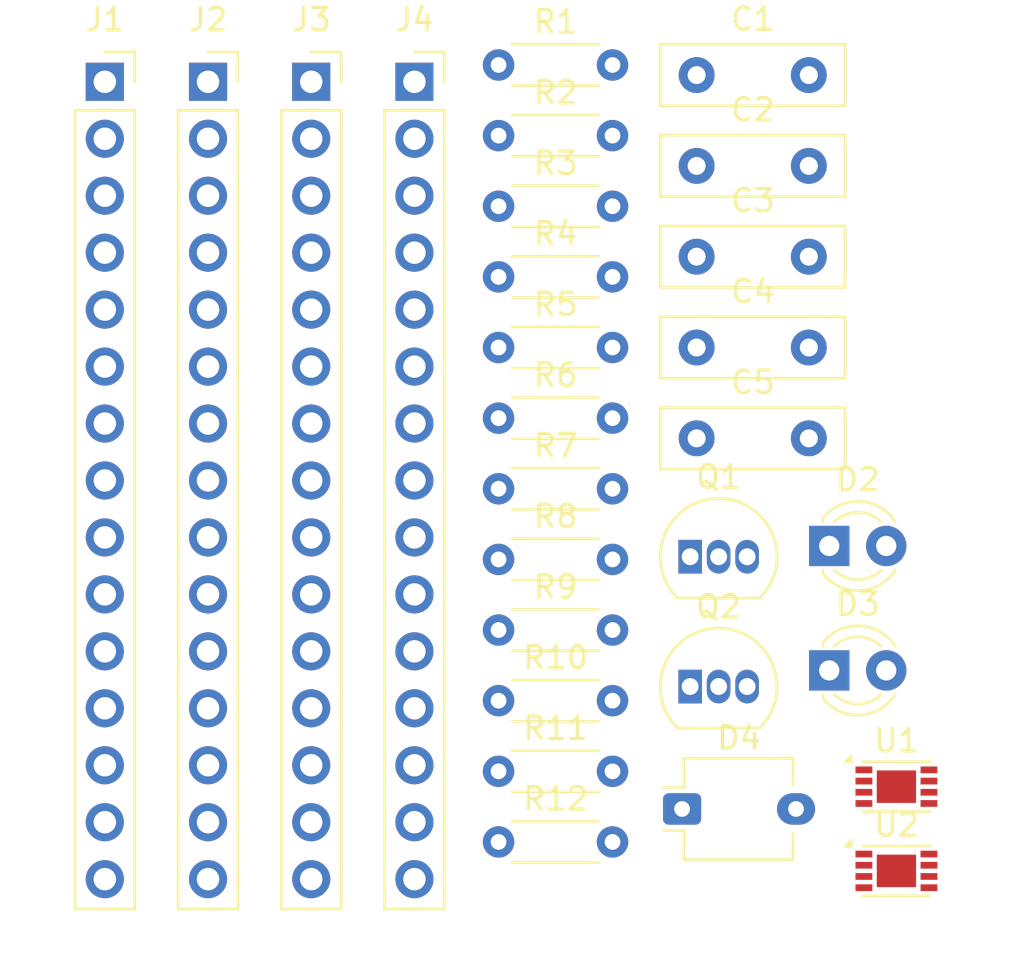
<source format=kicad_pcb>
(kicad_pcb (version 20240108) (generator "pcbnew") (generator_version "8.0")
  (layers (0 "F.Cu" signal) (31 "B.Cu" signal) (34 "B.Paste" user) (35 "F.Paste" user) (36 "B.SilkS" user "B.Silkscreen") (37 "F.SilkS" user "F.Silkscreen") (38 "B.Mask" user) (39 "F.Mask" user) (44 "Edge.Cuts" user))
  (net 0 "")
  (net 1 "Net-(C1-Pad2)")
  (net 2 "Estágio 2 Filtro")
  (net 3 "Net-(U1B--)")
  (net 4 "Vref")
  (net 5 "Net-(C3-Pad1)")
  (net 6 "PB - entrada AD")
  (net 7 "Net-(U1A--)")
  (net 8 "Net-(D4-K)")
  (net 9 "Net-(D2-K)")
  (net 10 "3v3")
  (net 11 "Net-(D3-K)")
  (net 12 "ESP 2: 26")
  (net 13 "ESP 2: 25")
  (net 14 "ESP 2: 27")
  (net 15 "ESP 2: 35")
  (net 16 "LED1")
  (net 17 "ESP 2: 34")
  (net 18 "ESP 2: 36")
  (net 19 "LED2")
  (net 20 "ESP 2: 13")
  (net 21 "ESP 2: 33")
  (net 22 "GND")
  (net 24 "ESP 2: 32")
  (net 25 "ESP 2: 39")
  (net 27 "ESP 2: 01")
  (net 28 "ESP 2: 16")
  (net 29 "ESP 2: 21")
  (net 30 "ESP 2: 03")
  (net 31 "ESP 2: 17")
  (net 32 "ESP 2: 18")
  (net 33 "ESP 2: 22")
  (net 34 "ESP 2: 3.3V")
  (net 35 "ESP 2: 05")
  (net 36 "ESP 2: 02")
  (net 37 "ESP 2: 19")
  (net 38 "ESP 2: 04")
  (net 40 "ESP 2: 23")
  (net 42 "ESP 2: 12")
  (net 44 "ESP 2: 14")
  (net 46 "Net-(Q1-C)")
  (net 47 "Net-(Q1-B)")
  (net 48 "Net-(Q2-B)")
  (net 49 "Net-(Q2-C)")
  (net 50 "Passa baixo e ganho")
  (net 51 "Net-(U2B-+)")
  (footprint "Capacitor_THT:C_Disc_D8.0mm_W2.5mm_P5.00mm" (layer "F.Cu") (at 141.145 81.41)
    (property "Reference" "C4" (at 2.5 -2.5 0) (layer "F.SilkS"))
    (property "Value" "1uF")
    (fp_line (start -1.62 -1.37) (end -1.62 1.37) (stroke (width 0.12)) (layer "F.SilkS"))
    (fp_line (start -1.62 -1.37) (end 6.62 -1.37) (stroke (width 0.12)) (layer "F.SilkS"))
    (fp_line (start -1.62 1.37) (end 6.62 1.37) (stroke (width 0.12)) (layer "F.SilkS"))
    (fp_line (start 6.62 -1.37) (end 6.62 1.37) (stroke (width 0.12)) (layer "F.SilkS"))
    (pad "1" thru_hole circle (at 0 0) (size 1.6 1.6) (drill 0.8) (layers "*.Cu" "*.Mask") (net 7 "Net-(U1A--)"))
    (pad "2" thru_hole circle (at 5 0) (size 1.6 1.6) (drill 0.8) (layers "*.Cu" "*.Mask") (net 6 "PB - entrada AD"))
  )
  (footprint "Capacitor_THT:C_Disc_D8.0mm_W2.5mm_P5.00mm" (layer "F.Cu") (at 141.145 69.26)
    (property "Reference" "C1" (at 2.5 -2.5 0) (layer "F.SilkS"))
    (property "Value" "10uF")
    (fp_line (start -1.62 -1.37) (end -1.62 1.37) (stroke (width 0.12)) (layer "F.SilkS"))
    (fp_line (start -1.62 -1.37) (end 6.62 -1.37) (stroke (width 0.12)) (layer "F.SilkS"))
    (fp_line (start -1.62 1.37) (end 6.62 1.37) (stroke (width 0.12)) (layer "F.SilkS"))
    (fp_line (start 6.62 -1.37) (end 6.62 1.37) (stroke (width 0.12)) (layer "F.SilkS"))
    (pad "1" thru_hole circle (at 0 0) (size 1.6 1.6) (drill 0.8) (layers "*.Cu" "*.Mask") (net 2 "Estágio 2 Filtro"))
    (pad "2" thru_hole circle (at 5 0) (size 1.6 1.6) (drill 0.8) (layers "*.Cu" "*.Mask") (net 1 "Net-(C1-Pad2)"))
  )
  (footprint "Resistor_THT:R_Axial_DIN0204_L3.6mm_D1.6mm_P5.08mm_Horizontal" (layer "F.Cu") (at 132.315 78.26)
    (property "Reference" "R4" (at 2.54 -1.92 0) (layer "F.SilkS"))
    (property "Value" "10KR")
    (fp_line (start 0.62 -0.92) (end 4.46 -0.92) (stroke (width 0.12)) (layer "F.SilkS"))
    (fp_line (start 0.62 0.92) (end 4.46 0.92) (stroke (width 0.12)) (layer "F.SilkS"))
    (pad "1" thru_hole circle (at 0 0) (size 1.4 1.4) (drill 0.7) (layers "*.Cu" "*.Mask") (net 1 "Net-(C1-Pad2)"))
    (pad "2" thru_hole oval (at 5.08 0) (size 1.4 1.4) (drill 0.7) (layers "*.Cu" "*.Mask") (net 50 "Passa baixo e ganho"))
  )
  (footprint "Connector_PinSocket_2.54mm:PinSocket_1x15_P2.54mm_Vertical" (layer "F.Cu") (at 119.365 69.56)
    (property "Reference" "J2" (at 0 -2.77 0) (layer "F.SilkS"))
    (property "Value" "Conn_01x15")
    (fp_line (start -1.33 1.27) (end -1.33 36.89) (stroke (width 0.12)) (layer "F.SilkS"))
    (fp_line (start -1.33 1.27) (end 1.33 1.27) (stroke (width 0.12)) (layer "F.SilkS"))
    (fp_line (start -1.33 36.89) (end 1.33 36.89) (stroke (width 0.12)) (layer "F.SilkS"))
    (fp_line (start 0 -1.33) (end 1.33 -1.33) (stroke (width 0.12)) (layer "F.SilkS"))
    (fp_line (start 1.33 -1.33) (end 1.33 0) (stroke (width 0.12)) (layer "F.SilkS"))
    (fp_line (start 1.33 1.27) (end 1.33 36.89) (stroke (width 0.12)) (layer "F.SilkS"))
    (pad "1" thru_hole rect (at 0 0) (size 1.7 1.7) (drill 1) (layers "*.Cu" "*.Mask") (net 34 "ESP 2: 3.3V"))
    (pad "2" thru_hole oval (at 0 2.54) (size 1.7 1.7) (drill 1) (layers "*.Cu" "*.Mask") (net 22 "GND"))
    (pad "3" thru_hole oval (at 0 5.08) (size 1.7 1.7) (drill 1) (layers "*.Cu" "*.Mask"))
    (pad "4" thru_hole oval (at 0 7.62) (size 1.7 1.7) (drill 1) (layers "*.Cu" "*.Mask") (net 36 "ESP 2: 02"))
    (pad "5" thru_hole oval (at 0 10.16) (size 1.7 1.7) (drill 1) (layers "*.Cu" "*.Mask") (net 38 "ESP 2: 04"))
    (pad "6" thru_hole oval (at 0 12.7) (size 1.7 1.7) (drill 1) (layers "*.Cu" "*.Mask") (net 28 "ESP 2: 16"))
    (pad "7" thru_hole oval (at 0 15.24) (size 1.7 1.7) (drill 1) (layers "*.Cu" "*.Mask") (net 31 "ESP 2: 17"))
    (pad "8" thru_hole oval (at 0 17.78) (size 1.7 1.7) (drill 1) (layers "*.Cu" "*.Mask") (net 35 "ESP 2: 05"))
    (pad "9" thru_hole oval (at 0 20.32) (size 1.7 1.7) (drill 1) (layers "*.Cu" "*.Mask") (net 32 "ESP 2: 18"))
    (pad "10" thru_hole oval (at 0 22.86) (size 1.7 1.7) (drill 1) (layers "*.Cu" "*.Mask") (net 37 "ESP 2: 19"))
    (pad "11" thru_hole oval (at 0 25.4) (size 1.7 1.7) (drill 1) (layers "*.Cu" "*.Mask") (net 29 "ESP 2: 21"))
    (pad "12" thru_hole oval (at 0 27.94) (size 1.7 1.7) (drill 1) (layers "*.Cu" "*.Mask") (net 30 "ESP 2: 03"))
    (pad "13" thru_hole oval (at 0 30.48) (size 1.7 1.7) (drill 1) (layers "*.Cu" "*.Mask") (net 27 "ESP 2: 01"))
    (pad "14" thru_hole oval (at 0 33.02) (size 1.7 1.7) (drill 1) (layers "*.Cu" "*.Mask") (net 33 "ESP 2: 22"))
    (pad "15" thru_hole oval (at 0 35.56) (size 1.7 1.7) (drill 1) (layers "*.Cu" "*.Mask") (net 40 "ESP 2: 23"))
  )
  (footprint "Package_TO_SOT_THT:TO-92_Inline" (layer "F.Cu") (at 140.855 90.74)
    (property "Reference" "Q1" (at 1.27 -3.56 0) (layer "F.SilkS"))
    (property "Value" "BC337")
    (fp_line (start -0.53 1.85) (end 3.07 1.85) (stroke (width 0.12)) (layer "F.SilkS"))
    (fp_arc (start -0.568478 1.838478) (mid -1.132087 -0.994977) (end 1.27 -2.6) (stroke (width 0.12)) (layer "F.SilkS"))
    (fp_arc (start 1.27 -2.6) (mid 3.672087 -0.994977) (end 3.108478 1.838478) (stroke (width 0.12)) (layer "F.SilkS"))
    (pad "1" thru_hole rect (at 0 0) (size 1.05 1.5) (drill 0.75) (layers "*.Cu" "*.Mask") (net 46 "Net-(Q1-C)"))
    (pad "2" thru_hole oval (at 1.27 0) (size 1.05 1.5) (drill 0.75) (layers "*.Cu" "*.Mask") (net 47 "Net-(Q1-B)"))
    (pad "3" thru_hole oval (at 2.54 0) (size 1.05 1.5) (drill 0.75) (layers "*.Cu" "*.Mask") (net 22 "GND"))
  )
  (footprint "LED_THT:LED_D3.0mm_Clear" (layer "F.Cu") (at 147.055 95.81)
    (property "Reference" "D3" (at 1.27 -2.96 0) (layer "F.SilkS"))
    (property "Value" "MTE8120CP 805nm")
    (fp_line (start -0.29 -1.236) (end -0.29 -1.08) (stroke (width 0.12)) (layer "F.SilkS"))
    (fp_line (start -0.29 1.08) (end -0.29 1.236) (stroke (width 0.12)) (layer "F.SilkS"))
    (fp_arc (start -0.29 -1.235516) (mid 1.366487 -1.987659) (end 2.942335 -1.078608) (stroke (width 0.12)) (layer "F.SilkS"))
    (fp_arc (start 0.229039 -1.08) (mid 1.270117 -1.5) (end 2.31113 -1.079837) (stroke (width 0.12)) (layer "F.SilkS"))
    (fp_arc (start 2.31113 1.079837) (mid 1.270117 1.5) (end 0.229039 1.08) (stroke (width 0.12)) (layer "F.SilkS"))
    (fp_arc (start 2.942335 1.078608) (mid 1.366487 1.987659) (end -0.29 1.235516) (stroke (width 0.12)) (layer "F.SilkS"))
    (pad "1" thru_hole rect (at 0 0) (size 1.8 1.8) (drill 0.9) (layers "*.Cu" "*.Mask") (net 11 "Net-(D3-K)"))
    (pad "2" thru_hole circle (at 2.54 0) (size 1.8 1.8) (drill 0.9) (layers "*.Cu" "*.Mask") (net 10 "3v3"))
  )
  (footprint "Resistor_THT:R_Axial_DIN0204_L3.6mm_D1.6mm_P5.08mm_Horizontal" (layer "F.Cu") (at 132.315 103.46)
    (property "Reference" "R12" (at 2.54 -1.92 0) (layer "F.SilkS"))
    (property "Value" "1.5KR")
    (fp_line (start 0.62 -0.92) (end 4.46 -0.92) (stroke (width 0.12)) (layer "F.SilkS"))
    (fp_line (start 0.62 0.92) (end 4.46 0.92) (stroke (width 0.12)) (layer "F.SilkS"))
    (pad "1" thru_hole circle (at 0 0) (size 1.4 1.4) (drill 0.7) (layers "*.Cu" "*.Mask") (net 5 "Net-(C3-Pad1)"))
    (pad "2" thru_hole oval (at 5.08 0) (size 1.4 1.4) (drill 0.7) (layers "*.Cu" "*.Mask") (net 6 "PB - entrada AD"))
  )
  (footprint "Connector_PinSocket_2.54mm:PinSocket_1x15_P2.54mm_Vertical" (layer "F.Cu") (at 114.765 69.56)
    (property "Reference" "J1" (at 0 -2.77 0) (layer "F.SilkS"))
    (property "Value" "Conn_01x15")
    (fp_line (start -1.33 1.27) (end -1.33 36.89) (stroke (width 0.12)) (layer "F.SilkS"))
    (fp_line (start -1.33 1.27) (end 1.33 1.27) (stroke (width 0.12)) (layer "F.SilkS"))
    (fp_line (start -1.33 36.89) (end 1.33 36.89) (stroke (width 0.12)) (layer "F.SilkS"))
    (fp_line (start 0 -1.33) (end 1.33 -1.33) (stroke (width 0.12)) (layer "F.SilkS"))
    (fp_line (start 1.33 -1.33) (end 1.33 0) (stroke (width 0.12)) (layer "F.SilkS"))
    (fp_line (start 1.33 1.27) (end 1.33 36.89) (stroke (width 0.12)) (layer "F.SilkS"))
    (pad "1" thru_hole rect (at 0 0) (size 1.7 1.7) (drill 1) (layers "*.Cu" "*.Mask"))
    (pad "2" thru_hole oval (at 0 2.54) (size 1.7 1.7) (drill 1) (layers "*.Cu" "*.Mask") (net 18 "ESP 2: 36"))
    (pad "3" thru_hole oval (at 0 5.08) (size 1.7 1.7) (drill 1) (layers "*.Cu" "*.Mask") (net 25 "ESP 2: 39"))
    (pad "4" thru_hole oval (at 0 7.62) (size 1.7 1.7) (drill 1) (layers "*.Cu" "*.Mask") (net 17 "ESP 2: 34"))
    (pad "5" thru_hole oval (at 0 10.16) (size 1.7 1.7) (drill 1) (layers "*.Cu" "*.Mask") (net 15 "ESP 2: 35"))
    (pad "6" thru_hole oval (at 0 12.7) (size 1.7 1.7) (drill 1) (layers "*.Cu" "*.Mask") (net 24 "ESP 2: 32"))
    (pad "7" thru_hole oval (at 0 15.24) (size 1.7 1.7) (drill 1) (layers "*.Cu" "*.Mask") (net 21 "ESP 2: 33"))
    (pad "8" thru_hole oval (at 0 17.78) (size 1.7 1.7) (drill 1) (layers "*.Cu" "*.Mask") (net 13 "ESP 2: 25"))
    (pad "9" thru_hole oval (at 0 20.32) (size 1.7 1.7) (drill 1) (layers "*.Cu" "*.Mask") (net 12 "ESP 2: 26"))
    (pad "10" thru_hole oval (at 0 22.86) (size 1.7 1.7) (drill 1) (layers "*.Cu" "*.Mask") (net 14 "ESP 2: 27"))
    (pad "11" thru_hole oval (at 0 25.4) (size 1.7 1.7) (drill 1) (layers "*.Cu" "*.Mask") (net 16 "LED1"))
    (pad "12" thru_hole oval (at 0 27.94) (size 1.7 1.7) (drill 1) (layers "*.Cu" "*.Mask") (net 19 "LED2"))
    (pad "13" thru_hole oval (at 0 30.48) (size 1.7 1.7) (drill 1) (layers "*.Cu" "*.Mask") (net 20 "ESP 2: 13"))
    (pad "14" thru_hole oval (at 0 33.02) (size 1.7 1.7) (drill 1) (layers "*.Cu" "*.Mask") (net 22 "GND"))
    (pad "15" thru_hole oval (at 0 35.56) (size 1.7 1.7) (drill 1) (layers "*.Cu" "*.Mask"))
  )
  (footprint "Resistor_THT:R_Axial_DIN0204_L3.6mm_D1.6mm_P5.08mm_Horizontal" (layer "F.Cu") (at 132.315 100.31)
    (property "Reference" "R11" (at 2.54 -1.92 0) (layer "F.SilkS"))
    (property "Value" "10KR")
    (fp_line (start 0.62 -0.92) (end 4.46 -0.92) (stroke (width 0.12)) (layer "F.SilkS"))
    (fp_line (start 0.62 0.92) (end 4.46 0.92) (stroke (width 0.12)) (layer "F.SilkS"))
    (pad "1" thru_hole circle (at 0 0) (size 1.4 1.4) (drill 0.7) (layers "*.Cu" "*.Mask") (net 51 "Net-(U2B-+)"))
    (pad "2" thru_hole oval (at 5.08 0) (size 1.4 1.4) (drill 0.7) (layers "*.Cu" "*.Mask") (net 22 "GND"))
  )
  (footprint "Resistor_THT:R_Axial_DIN0204_L3.6mm_D1.6mm_P5.08mm_Horizontal" (layer "F.Cu") (at 132.315 97.16)
    (property "Reference" "R10" (at 2.54 -1.92 0) (layer "F.SilkS"))
    (property "Value" "10kR")
    (fp_line (start 0.62 -0.92) (end 4.46 -0.92) (stroke (width 0.12)) (layer "F.SilkS"))
    (fp_line (start 0.62 0.92) (end 4.46 0.92) (stroke (width 0.12)) (layer "F.SilkS"))
    (pad "1" thru_hole circle (at 0 0) (size 1.4 1.4) (drill 0.7) (layers "*.Cu" "*.Mask") (net 10 "3v3"))
    (pad "2" thru_hole oval (at 5.08 0) (size 1.4 1.4) (drill 0.7) (layers "*.Cu" "*.Mask") (net 51 "Net-(U2B-+)"))
  )
  (footprint "Capacitor_THT:C_Disc_D8.0mm_W2.5mm_P5.00mm" (layer "F.Cu") (at 141.145 85.46)
    (property "Reference" "C5" (at 2.5 -2.5 0) (layer "F.SilkS"))
    (property "Value" "1uF")
    (fp_line (start -1.62 -1.37) (end -1.62 1.37) (stroke (width 0.12)) (layer "F.SilkS"))
    (fp_line (start -1.62 -1.37) (end 6.62 -1.37) (stroke (width 0.12)) (layer "F.SilkS"))
    (fp_line (start -1.62 1.37) (end 6.62 1.37) (stroke (width 0.12)) (layer "F.SilkS"))
    (fp_line (start 6.62 -1.37) (end 6.62 1.37) (stroke (width 0.12)) (layer "F.SilkS"))
    (pad "1" thru_hole circle (at 0 0) (size 1.6 1.6) (drill 0.8) (layers "*.Cu" "*.Mask") (net 8 "Net-(D4-K)"))
    (pad "2" thru_hole circle (at 5 0) (size 1.6 1.6) (drill 0.8) (layers "*.Cu" "*.Mask") (net 4 "Vref"))
  )
  (footprint "Capacitor_THT:C_Disc_D8.0mm_W2.5mm_P5.00mm" (layer "F.Cu") (at 141.145 73.31)
    (property "Reference" "C2" (at 2.5 -2.5 0) (layer "F.SilkS"))
    (property "Value" "10uF")
    (fp_line (start -1.62 -1.37) (end -1.62 1.37) (stroke (width 0.12)) (layer "F.SilkS"))
    (fp_line (start -1.62 -1.37) (end 6.62 -1.37) (stroke (width 0.12)) (layer "F.SilkS"))
    (fp_line (start -1.62 1.37) (end 6.62 1.37) (stroke (width 0.12)) (layer "F.SilkS"))
    (fp_line (start 6.62 -1.37) (end 6.62 1.37) (stroke (width 0.12)) (layer "F.SilkS"))
    (pad "1" thru_hole circle (at 0 0) (size 1.6 1.6) (drill 0.8) (layers "*.Cu" "*.Mask") (net 1 "Net-(C1-Pad2)"))
    (pad "2" thru_hole circle (at 5 0) (size 1.6 1.6) (drill 0.8) (layers "*.Cu" "*.Mask") (net 3 "Net-(U1B--)"))
  )
  (footprint "Resistor_THT:R_Axial_DIN0204_L3.6mm_D1.6mm_P5.08mm_Horizontal" (layer "F.Cu") (at 132.315 84.56)
    (property "Reference" "R6" (at 2.54 -1.92 0) (layer "F.SilkS"))
    (property "Value" "1.8KR")
    (fp_line (start 0.62 -0.92) (end 4.46 -0.92) (stroke (width 0.12)) (layer "F.SilkS"))
    (fp_line (start 0.62 0.92) (end 4.46 0.92) (stroke (width 0.12)) (layer "F.SilkS"))
    (pad "1" thru_hole circle (at 0 0) (size 1.4 1.4) (drill 0.7) (layers "*.Cu" "*.Mask") (net 16 "LED1"))
    (pad "2" thru_hole oval (at 5.08 0) (size 1.4 1.4) (drill 0.7) (layers "*.Cu" "*.Mask") (net 47 "Net-(Q1-B)"))
  )
  (footprint "LED_THT:LED_D3.0mm_IRGrey" (layer "F.Cu") (at 147.055 90.26)
    (property "Reference" "D2" (at 1.27 -2.96 0) (layer "F.SilkS"))
    (property "Value" "MTE8120CP 805nm")
    (fp_line (start -0.29 -1.236) (end -0.29 -1.08) (stroke (width 0.12)) (layer "F.SilkS"))
    (fp_line (start -0.29 1.08) (end -0.29 1.236) (stroke (width 0.12)) (layer "F.SilkS"))
    (fp_arc (start -0.29 -1.235516) (mid 1.366487 -1.987659) (end 2.942335 -1.078608) (stroke (width 0.12)) (layer "F.SilkS"))
    (fp_arc (start 0.229039 -1.08) (mid 1.270117 -1.5) (end 2.31113 -1.079837) (stroke (width 0.12)) (layer "F.SilkS"))
    (fp_arc (start 2.31113 1.079837) (mid 1.270117 1.5) (end 0.229039 1.08) (stroke (width 0.12)) (layer "F.SilkS"))
    (fp_arc (start 2.942335 1.078608) (mid 1.366487 1.987659) (end -0.29 1.235516) (stroke (width 0.12)) (layer "F.SilkS"))
    (pad "1" thru_hole rect (at 0 0) (size 1.8 1.8) (drill 0.9) (layers "*.Cu" "*.Mask") (net 9 "Net-(D2-K)"))
    (pad "2" thru_hole circle (at 2.54 0) (size 1.8 1.8) (drill 0.9) (layers "*.Cu" "*.Mask") (net 10 "3v3"))
  )
  (footprint "Capacitor_THT:C_Disc_D8.0mm_W2.5mm_P5.00mm" (layer "F.Cu") (at 141.145 77.36)
    (property "Reference" "C3" (at 2.5 -2.5 0) (layer "F.SilkS"))
    (property "Value" "22uF")
    (fp_line (start -1.62 -1.37) (end -1.62 1.37) (stroke (width 0.12)) (layer "F.SilkS"))
    (fp_line (start -1.62 -1.37) (end 6.62 -1.37) (stroke (width 0.12)) (layer "F.SilkS"))
    (fp_line (start -1.62 1.37) (end 6.62 1.37) (stroke (width 0.12)) (layer "F.SilkS"))
    (fp_line (start 6.62 -1.37) (end 6.62 1.37) (stroke (width 0.12)) (layer "F.SilkS"))
    (pad "1" thru_hole circle (at 0 0) (size 1.6 1.6) (drill 0.8) (layers "*.Cu" "*.Mask") (net 5 "Net-(C3-Pad1)"))
    (pad "2" thru_hole circle (at 5 0) (size 1.6 1.6) (drill 0.8) (layers "*.Cu" "*.Mask") (net 4 "Vref"))
  )
  (footprint "Resistor_THT:R_Axial_DIN0204_L3.6mm_D1.6mm_P5.08mm_Horizontal" (layer "F.Cu") (at 132.315 87.71)
    (property "Reference" "R7" (at 2.54 -1.92 0) (layer "F.SilkS"))
    (property "Value" "100R")
    (fp_line (start 0.62 -0.92) (end 4.46 -0.92) (stroke (width 0.12)) (layer "F.SilkS"))
    (fp_line (start 0.62 0.92) (end 4.46 0.92) (stroke (width 0.12)) (layer "F.SilkS"))
    (pad "1" thru_hole circle (at 0 0) (size 1.4 1.4) (drill 0.7) (layers "*.Cu" "*.Mask") (net 46 "Net-(Q1-C)"))
    (pad "2" thru_hole oval (at 5.08 0) (size 1.4 1.4) (drill 0.7) (layers "*.Cu" "*.Mask") (net 9 "Net-(D2-K)"))
  )
  (footprint "Connector_PinSocket_2.54mm:PinSocket_1x15_P2.54mm_Vertical" (layer "F.Cu") (at 128.565 69.56)
    (property "Reference" "J4" (at 0 -2.77 0) (layer "F.SilkS"))
    (property "Value" "Conn_01x15")
    (fp_line (start -1.33 1.27) (end -1.33 36.89) (stroke (width 0.12)) (layer "F.SilkS"))
    (fp_line (start -1.33 1.27) (end 1.33 1.27) (stroke (width 0.12)) (layer "F.SilkS"))
    (fp_line (start -1.33 36.89) (end 1.33 36.89) (stroke (width 0.12)) (layer "F.SilkS"))
    (fp_line (start 0 -1.33) (end 1.33 -1.33) (stroke (width 0.12)) (layer "F.SilkS"))
    (fp_line (start 1.33 -1.33) (end 1.33 0) (stroke (width 0.12)) (layer "F.SilkS"))
    (fp_line (start 1.33 1.27) (end 1.33 36.89) (stroke (width 0.12)) (layer "F.SilkS"))
    (pad "1" thru_hole rect (at 0 0) (size 1.7 1.7) (drill 1) (layers "*.Cu" "*.Mask") (net 34 "ESP 2: 3.3V"))
    (pad "2" thru_hole oval (at 0 2.54) (size 1.7 1.7) (drill 1) (layers "*.Cu" "*.Mask") (net 22 "GND"))
    (pad "3" thru_hole oval (at 0 5.08) (size 1.7 1.7) (drill 1) (layers "*.Cu" "*.Mask"))
    (pad "4" thru_hole oval (at 0 7.62) (size 1.7 1.7) (drill 1) (layers "*.Cu" "*.Mask") (net 36 "ESP 2: 02"))
    (pad "5" thru_hole oval (at 0 10.16) (size 1.7 1.7) (drill 1) (layers "*.Cu" "*.Mask") (net 38 "ESP 2: 04"))
    (pad "6" thru_hole oval (at 0 12.7) (size 1.7 1.7) (drill 1) (layers "*.Cu" "*.Mask") (net 28 "ESP 2: 16"))
    (pad "7" thru_hole oval (at 0 15.24) (size 1.7 1.7) (drill 1) (layers "*.Cu" "*.Mask") (net 31 "ESP 2: 17"))
    (pad "8" thru_hole oval (at 0 17.78) (size 1.7 1.7) (drill 1) (layers "*.Cu" "*.Mask") (net 35 "ESP 2: 05"))
    (pad "9" thru_hole oval (at 0 20.32) (size 1.7 1.7) (drill 1) (layers "*.Cu" "*.Mask") (net 32 "ESP 2: 18"))
    (pad "10" thru_hole oval (at 0 22.86) (size 1.7 1.7) (drill 1) (layers "*.Cu" "*.Mask") (net 37 "ESP 2: 19"))
    (pad "11" thru_hole oval (at 0 25.4) (size 1.7 1.7) (drill 1) (layers "*.Cu" "*.Mask") (net 29 "ESP 2: 21"))
    (pad "12" thru_hole oval (at 0 27.94) (size 1.7 1.7) (drill 1) (layers "*.Cu" "*.Mask") (net 30 "ESP 2: 03"))
    (pad "13" thru_hole oval (at 0 30.48) (size 1.7 1.7) (drill 1) (layers "*.Cu" "*.Mask") (net 27 "ESP 2: 01"))
    (pad "14" thru_hole oval (at 0 33.02) (size 1.7 1.7) (drill 1) (layers "*.Cu" "*.Mask") (net 33 "ESP 2: 22"))
    (pad "15" thru_hole oval (at 0 35.56) (size 1.7 1.7) (drill 1) (layers "*.Cu" "*.Mask") (net 40 "ESP 2: 23"))
  )
  (footprint "OptoDevice:Osram_DIL2_4.3x4.65mm_P5.08mm" (layer "F.Cu") (at 140.495 101.99)
    (property "Reference" "D4" (at 2.54 -3.17 0) (layer "F.SilkS"))
    (property "Value" "BPW34")
    (fp_line (start 0.08 -2.26) (end 0.08 -0.96) (stroke (width 0.12)) (layer "F.SilkS"))
    (fp_line (start 0.08 -2.26) (end 4.95 -2.26) (stroke (width 0.12)) (layer "F.SilkS"))
    (fp_line (start 0.08 -0.96) (end -0.84 -0.96) (stroke (width 0.12)) (layer "F.SilkS"))
    (fp_line (start 0.08 0.96) (end -0.84 0.96) (stroke (width 0.12)) (layer "F.SilkS"))
    (fp_line (start 0.08 0.96) (end 0.08 2.26) (stroke (width 0.12)) (layer "F.SilkS"))
    (fp_line (start 4.95 -2.26) (end 4.95 -1.06) (stroke (width 0.12)) (layer "F.SilkS"))
    (fp_line (start 4.95 1.06) (end 4.95 2.26) (stroke (width 0.12)) (layer "F.SilkS"))
    (fp_line (start 4.95 2.26) (end 0.08 2.26) (stroke (width 0.12)) (layer "F.SilkS"))
    (pad "1" thru_hole roundrect (at 0 0) (size 1.7 1.4) (drill 0.7) (layers "*.Cu" "*.Mask") (roundrect_rratio 0.178) (net 8 "Net-(D4-K)"))
    (pad "2" thru_hole oval (at 5.08 0) (size 1.7 1.4) (drill 0.7) (layers "*.Cu" "*.Mask") (net 4 "Vref"))
  )
  (footprint "Resistor_THT:R_Axial_DIN0204_L3.6mm_D1.6mm_P5.08mm_Horizontal" (layer "F.Cu") (at 132.315 75.11)
    (property "Reference" "R3" (at 2.54 -1.92 0) (layer "F.SilkS"))
    (property "Value" "220R")
    (fp_line (start 0.62 -0.92) (end 4.46 -0.92) (stroke (width 0.12)) (layer "F.SilkS"))
    (fp_line (start 0.62 0.92) (end 4.46 0.92) (stroke (width 0.12)) (layer "F.SilkS"))
    (pad "1" thru_hole circle (at 0 0) (size 1.4 1.4) (drill 0.7) (layers "*.Cu" "*.Mask") (net 5 "Net-(C3-Pad1)"))
    (pad "2" thru_hole oval (at 5.08 0) (size 1.4 1.4) (drill 0.7) (layers "*.Cu" "*.Mask") (net 7 "Net-(U1A--)"))
  )
  (footprint "Resistor_THT:R_Axial_DIN0204_L3.6mm_D1.6mm_P5.08mm_Horizontal" (layer "F.Cu") (at 132.315 81.41)
    (property "Reference" "R5" (at 2.54 -1.92 0) (layer "F.SilkS"))
    (property "Value" "10KR")
    (fp_line (start 0.62 -0.92) (end 4.46 -0.92) (stroke (width 0.12)) (layer "F.SilkS"))
    (fp_line (start 0.62 0.92) (end 4.46 0.92) (stroke (width 0.12)) (layer "F.SilkS"))
    (pad "1" thru_hole circle (at 0 0) (size 1.4 1.4) (drill 0.7) (layers "*.Cu" "*.Mask") (net 8 "Net-(D4-K)"))
    (pad "2" thru_hole oval (at 5.08 0) (size 1.4 1.4) (drill 0.7) (layers "*.Cu" "*.Mask") (net 2 "Estágio 2 Filtro"))
  )
  (footprint "Resistor_THT:R_Axial_DIN0204_L3.6mm_D1.6mm_P5.08mm_Horizontal" (layer "F.Cu") (at 132.315 94.01)
    (property "Reference" "R9" (at 2.54 -1.92 0) (layer "F.SilkS"))
    (property "Value" "100R")
    (fp_line (start 0.62 -0.92) (end 4.46 -0.92) (stroke (width 0.12)) (layer "F.SilkS"))
    (fp_line (start 0.62 0.92) (end 4.46 0.92) (stroke (width 0.12)) (layer "F.SilkS"))
    (pad "1" thru_hole circle (at 0 0) (size 1.4 1.4) (drill 0.7) (layers "*.Cu" "*.Mask") (net 49 "Net-(Q2-C)"))
    (pad "2" thru_hole oval (at 5.08 0) (size 1.4 1.4) (drill 0.7) (layers "*.Cu" "*.Mask") (net 11 "Net-(D3-K)"))
  )
  (footprint "Resistor_THT:R_Axial_DIN0204_L3.6mm_D1.6mm_P5.08mm_Horizontal" (layer "F.Cu") (at 132.315 71.96)
    (property "Reference" "R2" (at 2.54 -1.92 0) (layer "F.SilkS"))
    (property "Value" "22KR")
    (fp_line (start 0.62 -0.92) (end 4.46 -0.92) (stroke (width 0.12)) (layer "F.SilkS"))
    (fp_line (start 0.62 0.92) (end 4.46 0.92) (stroke (width 0.12)) (layer "F.SilkS"))
    (pad "1" thru_hole circle (at 0 0) (size 1.4 1.4) (drill 0.7) (layers "*.Cu" "*.Mask") (net 4 "Vref"))
    (pad "2" thru_hole oval (at 5.08 0) (size 1.4 1.4) (drill 0.7) (layers "*.Cu" "*.Mask") (net 3 "Net-(U1B--)"))
  )
  (footprint "Package_TO_SOT_THT:TO-92_Inline" (layer "F.Cu") (at 140.855 96.53)
    (property "Reference" "Q2" (at 1.27 -3.56 0) (layer "F.SilkS"))
    (property "Value" "BC337")
    (fp_line (start -0.53 1.85) (end 3.07 1.85) (stroke (width 0.12)) (layer "F.SilkS"))
    (fp_arc (start -0.568478 1.838478) (mid -1.132087 -0.994977) (end 1.27 -2.6) (stroke (width 0.12)) (layer "F.SilkS"))
    (fp_arc (start 1.27 -2.6) (mid 3.672087 -0.994977) (end 3.108478 1.838478) (stroke (width 0.12)) (layer "F.SilkS"))
    (pad "1" thru_hole rect (at 0 0) (size 1.05 1.5) (drill 0.75) (layers "*.Cu" "*.Mask") (net 49 "Net-(Q2-C)"))
    (pad "2" thru_hole oval (at 1.27 0) (size 1.05 1.5) (drill 0.75) (layers "*.Cu" "*.Mask") (net 48 "Net-(Q2-B)"))
    (pad "3" thru_hole oval (at 2.54 0) (size 1.05 1.5) (drill 0.75) (layers "*.Cu" "*.Mask") (net 22 "GND"))
  )
  (footprint "Connector_PinSocket_2.54mm:PinSocket_1x15_P2.54mm_Vertical" (layer "F.Cu") (at 123.965 69.56)
    (property "Reference" "J3" (at 0 -2.77 0) (layer "F.SilkS"))
    (property "Value" "Conn_01x15")
    (fp_line (start -1.33 1.27) (end -1.33 36.89) (stroke (width 0.12)) (layer "F.SilkS"))
    (fp_line (start -1.33 1.27) (end 1.33 1.27) (stroke (width 0.12)) (layer "F.SilkS"))
    (fp_line (start -1.33 36.89) (end 1.33 36.89) (stroke (width 0.12)) (layer "F.SilkS"))
    (fp_line (start 0 -1.33) (end 1.33 -1.33) (stroke (width 0.12)) (layer "F.SilkS"))
    (fp_line (start 1.33 -1.33) (end 1.33 0) (stroke (width 0.12)) (layer "F.SilkS"))
    (fp_line (start 1.33 1.27) (end 1.33 36.89) (stroke (width 0.12)) (layer "F.SilkS"))
    (pad "1" thru_hole rect (at 0 0) (size 1.7 1.7) (drill 1) (layers "*.Cu" "*.Mask"))
    (pad "2" thru_hole oval (at 0 2.54) (size 1.7 1.7) (drill 1) (layers "*.Cu" "*.Mask") (net 18 "ESP 2: 36"))
    (pad "3" thru_hole oval (at 0 5.08) (size 1.7 1.7) (drill 1) (layers "*.Cu" "*.Mask") (net 25 "ESP 2: 39"))
    (pad "4" thru_hole oval (at 0 7.62) (size 1.7 1.7) (drill 1) (layers "*.Cu" "*.Mask") (net 17 "ESP 2: 34"))
    (pad "5" thru_hole oval (at 0 10.16) (size 1.7 1.7) (drill 1) (layers "*.Cu" "*.Mask") (net 15 "ESP 2: 35"))
    (pad "6" thru_hole oval (at 0 12.7) (size 1.7 1.7) (drill 1) (layers "*.Cu" "*.Mask") (net 24 "ESP 2: 32"))
    (pad "7" thru_hole oval (at 0 15.24) (size 1.7 1.7) (drill 1) (layers "*.Cu" "*.Mask") (net 21 "ESP 2: 33"))
    (pad "8" thru_hole oval (at 0 17.78) (size 1.7 1.7) (drill 1) (layers "*.Cu" "*.Mask") (net 13 "ESP 2: 25"))
    (pad "9" thru_hole oval (at 0 20.32) (size 1.7 1.7) (drill 1) (layers "*.Cu" "*.Mask") (net 12 "ESP 2: 26"))
    (pad "10" thru_hole oval (at 0 22.86) (size 1.7 1.7) (drill 1) (layers "*.Cu" "*.Mask") (net 14 "ESP 2: 27"))
    (pad "11" thru_hole oval (at 0 25.4) (size 1.7 1.7) (drill 1) (layers "*.Cu" "*.Mask") (net 44 "ESP 2: 14"))
    (pad "12" thru_hole oval (at 0 27.94) (size 1.7 1.7) (drill 1) (layers "*.Cu" "*.Mask") (net 42 "ESP 2: 12"))
    (pad "13" thru_hole oval (at 0 30.48) (size 1.7 1.7) (drill 1) (layers "*.Cu" "*.Mask") (net 20 "ESP 2: 13"))
    (pad "14" thru_hole oval (at 0 33.02) (size 1.7 1.7) (drill 1) (layers "*.Cu" "*.Mask") (net 22 "GND"))
    (pad "15" thru_hole oval (at 0 35.56) (size 1.7 1.7) (drill 1) (layers "*.Cu" "*.Mask"))
  )
  (footprint "Package_DFN_QFN:DFN-8-1EP_3x2mm_P0.5mm_EP1.75x1.45mm" (layer "F.Cu") (at 150.05 104.75)
    (property "Reference" "U2" (at 0 -2.05 0) (layer "F.SilkS"))
    (property "Value" "MCP602")
    (fp_line (start -1.5 -1.11) (end 1.5 -1.11) (stroke (width 0.12)) (layer "F.SilkS"))
    (fp_line (start -1.5 1.11) (end 1.5 1.11) (stroke (width 0.12)) (layer "F.SilkS"))
    (fp_poly (pts (xy -2.01 -1.09) (xy -2.29 -1.09) (xy -2.01 -1.37) (xy -2.01 -1.09)) (stroke (width 0.12)) (fill solid) (layer "F.SilkS"))
    (pad "1" smd rect (at -1.45 -0.75) (size 0.75 0.3) (layers "F.Cu" "F.Paste" "F.Mask") (net 2 "Estágio 2 Filtro"))
    (pad "2" smd rect (at -1.45 -0.25) (size 0.75 0.3) (layers "F.Cu" "F.Paste" "F.Mask") (net 4 "Vref"))
    (pad "3" smd rect (at -1.45 0.25) (size 0.75 0.3) (layers "F.Cu" "F.Paste" "F.Mask") (net 8 "Net-(D4-K)"))
    (pad "4" smd rect (at -1.45 0.75) (size 0.75 0.3) (layers "F.Cu" "F.Paste" "F.Mask") (net 22 "GND"))
    (pad "5" smd rect (at 1.45 0.75) (size 0.75 0.3) (layers "F.Cu" "F.Paste" "F.Mask") (net 51 "Net-(U2B-+)"))
    (pad "6" smd rect (at 1.45 0.25) (size 0.75 0.3) (layers "F.Cu" "F.Paste" "F.Mask") (net 22 "GND"))
    (pad "7" smd rect (at 1.45 -0.25) (size 0.75 0.3) (layers "F.Cu" "F.Paste" "F.Mask") (net 4 "Vref"))
    (pad "8" smd rect (at 1.45 -0.75) (size 0.75 0.3) (layers "F.Cu" "F.Paste" "F.Mask") (net 10 "3v3"))
    (pad "9" smd rect (at 0 0) (size 1.75 1.45) (layers "F.Cu" "F.Mask"))
  )
  (footprint "Resistor_THT:R_Axial_DIN0204_L3.6mm_D1.6mm_P5.08mm_Horizontal" (layer "F.Cu") (at 132.315 90.86)
    (property "Reference" "R8" (at 2.54 -1.92 0) (layer "F.SilkS"))
    (property "Value" "1.8KR")
    (fp_line (start 0.62 -0.92) (end 4.46 -0.92) (stroke (width 0.12)) (layer "F.SilkS"))
    (fp_line (start 0.62 0.92) (end 4.46 0.92) (stroke (width 0.12)) (layer "F.SilkS"))
    (pad "1" thru_hole circle (at 0 0) (size 1.4 1.4) (drill 0.7) (layers "*.Cu" "*.Mask") (net 19 "LED2"))
    (pad "2" thru_hole oval (at 5.08 0) (size 1.4 1.4) (drill 0.7) (layers "*.Cu" "*.Mask") (net 48 "Net-(Q2-B)"))
  )
  (footprint "Package_DFN_QFN:DFN-8-1EP_3x2mm_P0.5mm_EP1.75x1.45mm" (layer "F.Cu") (at 150.05 100.995)
    (property "Reference" "U1" (at 0 -2.05 0) (layer "F.SilkS"))
    (property "Value" "MCP6002-xMC")
    (fp_line (start -1.5 -1.11) (end 1.5 -1.11) (stroke (width 0.12)) (layer "F.SilkS"))
    (fp_line (start -1.5 1.11) (end 1.5 1.11) (stroke (width 0.12)) (layer "F.SilkS"))
    (fp_poly (pts (xy -2.01 -1.09) (xy -2.29 -1.09) (xy -2.01 -1.37) (xy -2.01 -1.09)) (stroke (width 0.12)) (fill solid) (layer "F.SilkS"))
    (pad "1" smd rect (at -1.45 -0.75) (size 0.75 0.3) (layers "F.Cu" "F.Paste" "F.Mask") (net 6 "PB - entrada AD"))
    (pad "2" smd rect (at -1.45 -0.25) (size 0.75 0.3) (layers "F.Cu" "F.Paste" "F.Mask") (net 7 "Net-(U1A--)"))
    (pad "3" smd rect (at -1.45 0.25) (size 0.75 0.3) (layers "F.Cu" "F.Paste" "F.Mask") (net 4 "Vref"))
    (pad "4" smd rect (at -1.45 0.75) (size 0.75 0.3) (layers "F.Cu" "F.Paste" "F.Mask") (net 22 "GND"))
    (pad "5" smd rect (at 1.45 0.75) (size 0.75 0.3) (layers "F.Cu" "F.Paste" "F.Mask") (net 4 "Vref"))
    (pad "6" smd rect (at 1.45 0.25) (size 0.75 0.3) (layers "F.Cu" "F.Paste" "F.Mask") (net 3 "Net-(U1B--)"))
    (pad "7" smd rect (at 1.45 -0.25) (size 0.75 0.3) (layers "F.Cu" "F.Paste" "F.Mask") (net 50 "Passa baixo e ganho"))
    (pad "8" smd rect (at 1.45 -0.75) (size 0.75 0.3) (layers "F.Cu" "F.Paste" "F.Mask") (net 10 "3v3"))
    (pad "9" smd rect (at 0 0) (size 1.75 1.45) (layers "F.Cu" "F.Mask") (net 22 "GND"))
  )
  (footprint "Resistor_THT:R_Axial_DIN0204_L3.6mm_D1.6mm_P5.08mm_Horizontal" (layer "F.Cu") (at 132.315 68.81)
    (property "Reference" "R1" (at 2.54 -1.92 0) (layer "F.SilkS"))
    (property "Value" "150R")
    (fp_line (start 0.62 -0.92) (end 4.46 -0.92) (stroke (width 0.12)) (layer "F.SilkS"))
    (fp_line (start 0.62 0.92) (end 4.46 0.92) (stroke (width 0.12)) (layer "F.SilkS"))
    (pad "1" thru_hole circle (at 0 0) (size 1.4 1.4) (drill 0.7) (layers "*.Cu" "*.Mask") (net 50 "Passa baixo e ganho"))
    (pad "2" thru_hole oval (at 5.08 0) (size 1.4 1.4) (drill 0.7) (layers "*.Cu" "*.Mask") (net 5 "Net-(C3-Pad1)"))
  )
)
</source>
